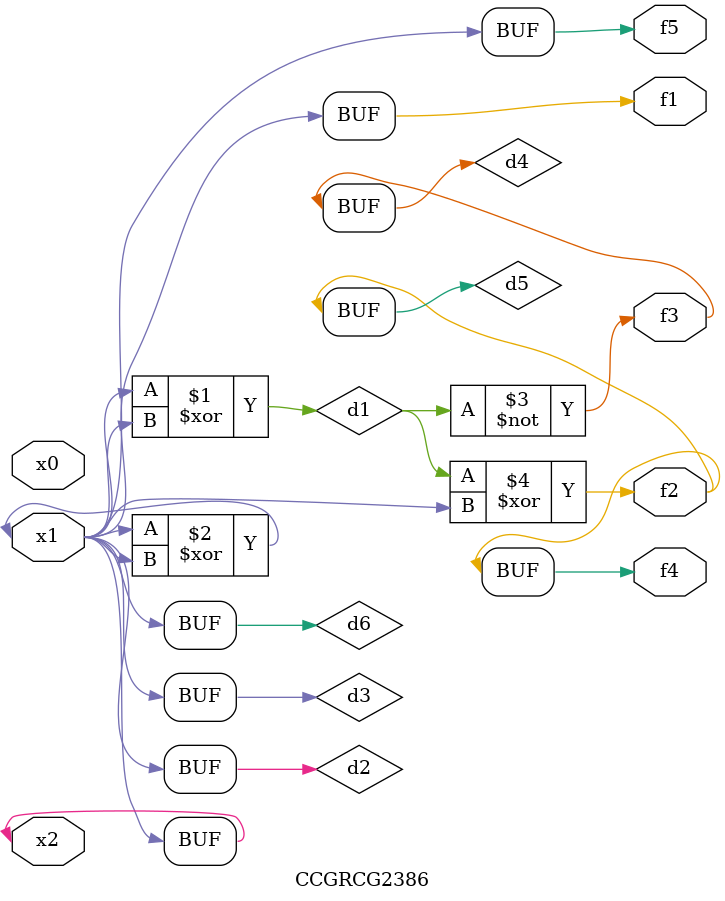
<source format=v>
module CCGRCG2386(
	input x0, x1, x2,
	output f1, f2, f3, f4, f5
);

	wire d1, d2, d3, d4, d5, d6;

	xor (d1, x1, x2);
	buf (d2, x1, x2);
	xor (d3, x1, x2);
	nor (d4, d1);
	xor (d5, d1, d2);
	buf (d6, d2, d3);
	assign f1 = d6;
	assign f2 = d5;
	assign f3 = d4;
	assign f4 = d5;
	assign f5 = d6;
endmodule

</source>
